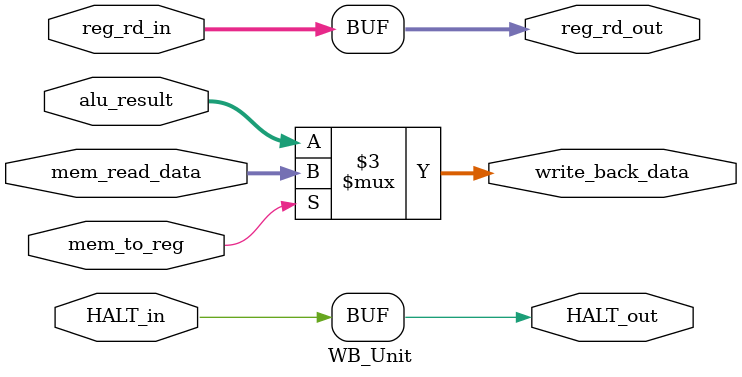
<source format=sv>

module WB_Unit(mem_to_reg, mem_read_data, alu_result, reg_rd_in, HALT_in,
	            reg_rd_out, write_back_data, HALT_out);

////////////////////////////INPUTS////////////////////////////////

input mem_to_reg;
input [15:0] mem_read_data;
input [15:0] alu_result;
input [3:0]  reg_rd_in;

input HALT_in;

//////////////////////////////////////////////////////////////////

////////////////////////////OUTPUTS///////////////////////////////

output logic [3:0]  reg_rd_out;      // Register to write return data
output logic [15:0] write_back_data; // Data to write back

output logic HALT_out;

//////////////////////////////////////////////////////////////////

assign reg_rd_out = reg_rd_in;

// Mux for selecting writeback data source
always_comb begin

   if (mem_to_reg)
      write_back_data = mem_read_data;
   else
      write_back_data = alu_result;

end

assign HALT_out = HALT_in;

endmodule

</source>
